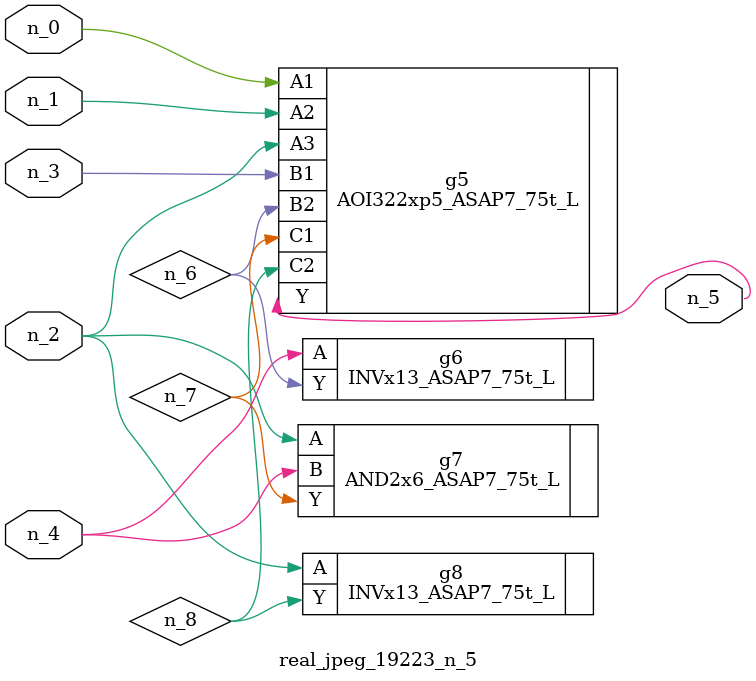
<source format=v>
module real_jpeg_19223_n_5 (n_4, n_0, n_1, n_2, n_3, n_5);

input n_4;
input n_0;
input n_1;
input n_2;
input n_3;

output n_5;

wire n_8;
wire n_6;
wire n_7;

AOI322xp5_ASAP7_75t_L g5 ( 
.A1(n_0),
.A2(n_1),
.A3(n_2),
.B1(n_3),
.B2(n_6),
.C1(n_7),
.C2(n_8),
.Y(n_5)
);

AND2x6_ASAP7_75t_L g7 ( 
.A(n_2),
.B(n_4),
.Y(n_7)
);

INVx13_ASAP7_75t_L g8 ( 
.A(n_2),
.Y(n_8)
);

INVx13_ASAP7_75t_L g6 ( 
.A(n_4),
.Y(n_6)
);


endmodule
</source>
